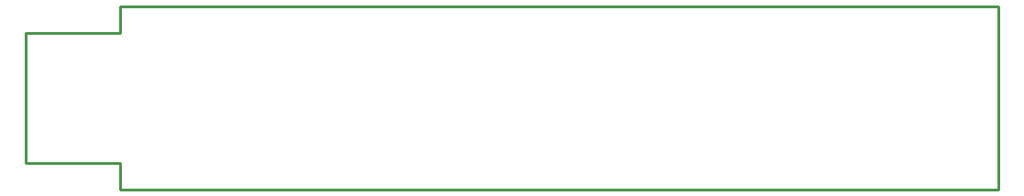
<source format=gbs>
G75*
%MOIN*%
%OFA0B0*%
%FSLAX25Y25*%
%IPPOS*%
%LPD*%
%AMOC8*
5,1,8,0,0,1.08239X$1,22.5*
%
%ADD10C,0.01000*%
D10*
X0035752Y0003355D02*
X0035752Y0013198D01*
X0001500Y0013198D01*
X0001500Y0060442D01*
X0035752Y0060442D01*
X0035752Y0070285D01*
X0355043Y0070285D01*
X0355043Y0003355D01*
X0035752Y0003355D01*
M02*

</source>
